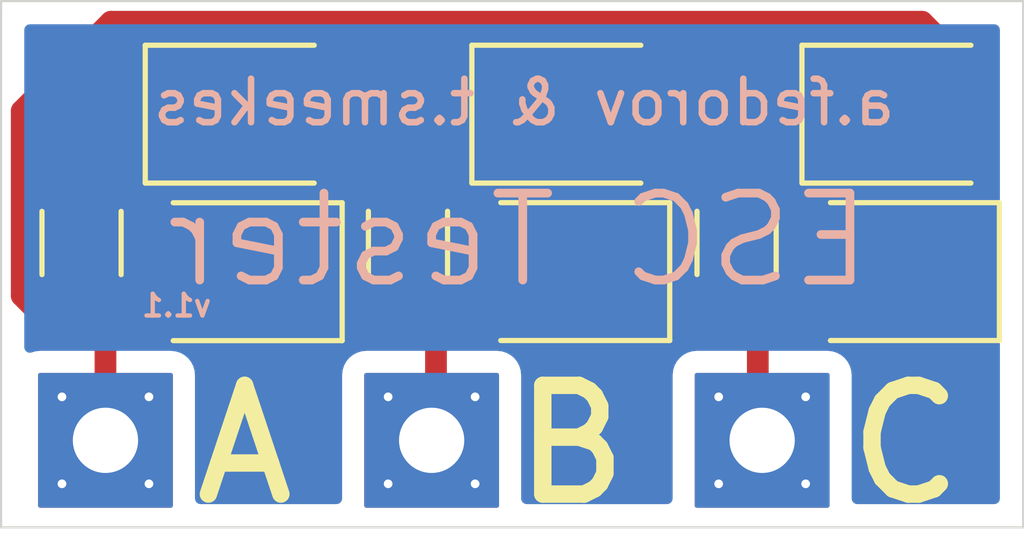
<source format=kicad_pcb>
(kicad_pcb (version 20171130) (host pcbnew "(5.1.9)-1")

  (general
    (thickness 1.6)
    (drawings 12)
    (tracks 44)
    (zones 0)
    (modules 12)
    (nets 7)
  )

  (page A4)
  (layers
    (0 F.Cu signal)
    (31 B.Cu signal hide)
    (32 B.Adhes user hide)
    (33 F.Adhes user hide)
    (34 B.Paste user hide)
    (35 F.Paste user)
    (36 B.SilkS user hide)
    (37 F.SilkS user)
    (38 B.Mask user hide)
    (39 F.Mask user)
    (40 Dwgs.User user hide)
    (41 Cmts.User user hide)
    (42 Eco1.User user hide)
    (43 Eco2.User user hide)
    (44 Edge.Cuts user)
    (45 Margin user hide)
    (46 B.CrtYd user hide)
    (47 F.CrtYd user)
    (48 B.Fab user hide)
    (49 F.Fab user hide)
  )

  (setup
    (last_trace_width 0.25)
    (user_trace_width 0.5)
    (trace_clearance 0.2)
    (zone_clearance 0.508)
    (zone_45_only no)
    (trace_min 0.2)
    (via_size 0.8)
    (via_drill 0.4)
    (via_min_size 0.4)
    (via_min_drill 0.3)
    (uvia_size 0.3)
    (uvia_drill 0.1)
    (uvias_allowed no)
    (uvia_min_size 0.2)
    (uvia_min_drill 0.1)
    (edge_width 0.05)
    (segment_width 0.2)
    (pcb_text_width 0.3)
    (pcb_text_size 1.5 1.5)
    (mod_edge_width 0.12)
    (mod_text_size 1 1)
    (mod_text_width 0.15)
    (pad_size 1.524 1.524)
    (pad_drill 0.762)
    (pad_to_mask_clearance 0.05)
    (aux_axis_origin 0 0)
    (visible_elements 7FFFFFFF)
    (pcbplotparams
      (layerselection 0x010fc_ffffffff)
      (usegerberextensions false)
      (usegerberattributes true)
      (usegerberadvancedattributes true)
      (creategerberjobfile true)
      (excludeedgelayer true)
      (linewidth 0.100000)
      (plotframeref false)
      (viasonmask false)
      (mode 1)
      (useauxorigin false)
      (hpglpennumber 1)
      (hpglpenspeed 20)
      (hpglpendiameter 15.000000)
      (psnegative false)
      (psa4output false)
      (plotreference true)
      (plotvalue true)
      (plotinvisibletext false)
      (padsonsilk false)
      (subtractmaskfromsilk false)
      (outputformat 1)
      (mirror false)
      (drillshape 1)
      (scaleselection 1)
      (outputdirectory ""))
  )

  (net 0 "")
  (net 1 "Net-(D1-Pad2)")
  (net 2 "Net-(D1-Pad1)")
  (net 3 "Net-(D3-Pad2)")
  (net 4 "Net-(D3-Pad1)")
  (net 5 "Net-(D5-Pad1)")
  (net 6 /A)

  (net_class Default "This is the default net class."
    (clearance 0.2)
    (trace_width 0.25)
    (via_dia 0.8)
    (via_drill 0.4)
    (uvia_dia 0.3)
    (uvia_drill 0.1)
    (add_net /A)
    (add_net "Net-(D1-Pad1)")
    (add_net "Net-(D1-Pad2)")
    (add_net "Net-(D3-Pad1)")
    (add_net "Net-(D3-Pad2)")
    (add_net "Net-(D5-Pad1)")
  )

  (module Resistor_SMD:R_1206_3216Metric (layer F.Cu) (tedit 5F68FEEE) (tstamp 602CDA89)
    (at 82.55 78.1625 270)
    (descr "Resistor SMD 1206 (3216 Metric), square (rectangular) end terminal, IPC_7351 nominal, (Body size source: IPC-SM-782 page 72, https://www.pcb-3d.com/wordpress/wp-content/uploads/ipc-sm-782a_amendment_1_and_2.pdf), generated with kicad-footprint-generator")
    (tags resistor)
    (path /6029921B)
    (attr smd)
    (fp_text reference R1 (at 0 -1.65 90) (layer B.Fab)
      (effects (font (size 1 1) (thickness 0.15)))
    )
    (fp_text value R (at 0 1.65 90) (layer F.Fab)
      (effects (font (size 1 1) (thickness 0.15)))
    )
    (fp_line (start -1.6 0.8) (end -1.6 -0.8) (layer F.Fab) (width 0.1))
    (fp_line (start -1.6 -0.8) (end 1.6 -0.8) (layer F.Fab) (width 0.1))
    (fp_line (start 1.6 -0.8) (end 1.6 0.8) (layer F.Fab) (width 0.1))
    (fp_line (start 1.6 0.8) (end -1.6 0.8) (layer F.Fab) (width 0.1))
    (fp_line (start -0.727064 -0.91) (end 0.727064 -0.91) (layer F.SilkS) (width 0.12))
    (fp_line (start -0.727064 0.91) (end 0.727064 0.91) (layer F.SilkS) (width 0.12))
    (fp_line (start -2.28 1.12) (end -2.28 -1.12) (layer F.CrtYd) (width 0.05))
    (fp_line (start -2.28 -1.12) (end 2.28 -1.12) (layer F.CrtYd) (width 0.05))
    (fp_line (start 2.28 -1.12) (end 2.28 1.12) (layer F.CrtYd) (width 0.05))
    (fp_line (start 2.28 1.12) (end -2.28 1.12) (layer F.CrtYd) (width 0.05))
    (fp_text user %R (at 0 0 90) (layer F.Fab)
      (effects (font (size 0.5 0.5) (thickness 0.08)))
    )
    (pad 2 smd roundrect (at 1.4625 0 270) (size 1.125 1.75) (layers F.Cu F.Paste F.Mask) (roundrect_rratio 0.222222)
      (net 6 /A))
    (pad 1 smd roundrect (at -1.4625 0 270) (size 1.125 1.75) (layers F.Cu F.Paste F.Mask) (roundrect_rratio 0.222222)
      (net 2 "Net-(D1-Pad1)"))
    (model ${KISYS3DMOD}/Resistor_SMD.3dshapes/R_1206_3216Metric.wrl
      (at (xyz 0 0 0))
      (scale (xyz 1 1 1))
      (rotate (xyz 0 0 0))
    )
  )

  (module Resistor_SMD:R_1206_3216Metric (layer F.Cu) (tedit 5F68FEEE) (tstamp 603FAB13)
    (at 97.6122 78.16 270)
    (descr "Resistor SMD 1206 (3216 Metric), square (rectangular) end terminal, IPC_7351 nominal, (Body size source: IPC-SM-782 page 72, https://www.pcb-3d.com/wordpress/wp-content/uploads/ipc-sm-782a_amendment_1_and_2.pdf), generated with kicad-footprint-generator")
    (tags resistor)
    (path /6029A84D)
    (attr smd)
    (fp_text reference R3 (at 0 -1.65 90) (layer B.Fab)
      (effects (font (size 1 1) (thickness 0.15)))
    )
    (fp_text value R (at 0 1.65 90) (layer F.Fab)
      (effects (font (size 1 1) (thickness 0.15)))
    )
    (fp_line (start -1.6 0.8) (end -1.6 -0.8) (layer F.Fab) (width 0.1))
    (fp_line (start -1.6 -0.8) (end 1.6 -0.8) (layer F.Fab) (width 0.1))
    (fp_line (start 1.6 -0.8) (end 1.6 0.8) (layer F.Fab) (width 0.1))
    (fp_line (start 1.6 0.8) (end -1.6 0.8) (layer F.Fab) (width 0.1))
    (fp_line (start -0.727064 -0.91) (end 0.727064 -0.91) (layer F.SilkS) (width 0.12))
    (fp_line (start -0.727064 0.91) (end 0.727064 0.91) (layer F.SilkS) (width 0.12))
    (fp_line (start -2.28 1.12) (end -2.28 -1.12) (layer F.CrtYd) (width 0.05))
    (fp_line (start -2.28 -1.12) (end 2.28 -1.12) (layer F.CrtYd) (width 0.05))
    (fp_line (start 2.28 -1.12) (end 2.28 1.12) (layer F.CrtYd) (width 0.05))
    (fp_line (start 2.28 1.12) (end -2.28 1.12) (layer F.CrtYd) (width 0.05))
    (fp_text user %R (at 0 0 90) (layer F.Fab)
      (effects (font (size 0.5 0.5) (thickness 0.08)))
    )
    (pad 2 smd roundrect (at 1.4625 0 270) (size 1.125 1.75) (layers F.Cu F.Paste F.Mask) (roundrect_rratio 0.222222)
      (net 4 "Net-(D3-Pad1)"))
    (pad 1 smd roundrect (at -1.4625 0 270) (size 1.125 1.75) (layers F.Cu F.Paste F.Mask) (roundrect_rratio 0.222222)
      (net 5 "Net-(D5-Pad1)"))
    (model ${KISYS3DMOD}/Resistor_SMD.3dshapes/R_1206_3216Metric.wrl
      (at (xyz 0 0 0))
      (scale (xyz 1 1 1))
      (rotate (xyz 0 0 0))
    )
  )

  (module Resistor_SMD:R_1206_3216Metric (layer F.Cu) (tedit 5F68FEEE) (tstamp 60298DED)
    (at 90.056 78.16 270)
    (descr "Resistor SMD 1206 (3216 Metric), square (rectangular) end terminal, IPC_7351 nominal, (Body size source: IPC-SM-782 page 72, https://www.pcb-3d.com/wordpress/wp-content/uploads/ipc-sm-782a_amendment_1_and_2.pdf), generated with kicad-footprint-generator")
    (tags resistor)
    (path /6029A275)
    (attr smd)
    (fp_text reference R2 (at 0 -1.65 90) (layer B.Fab)
      (effects (font (size 1 1) (thickness 0.15)))
    )
    (fp_text value R (at 0 1.65 90) (layer F.Fab)
      (effects (font (size 1 1) (thickness 0.15)))
    )
    (fp_line (start -1.6 0.8) (end -1.6 -0.8) (layer F.Fab) (width 0.1))
    (fp_line (start -1.6 -0.8) (end 1.6 -0.8) (layer F.Fab) (width 0.1))
    (fp_line (start 1.6 -0.8) (end 1.6 0.8) (layer F.Fab) (width 0.1))
    (fp_line (start 1.6 0.8) (end -1.6 0.8) (layer F.Fab) (width 0.1))
    (fp_line (start -0.727064 -0.91) (end 0.727064 -0.91) (layer F.SilkS) (width 0.12))
    (fp_line (start -0.727064 0.91) (end 0.727064 0.91) (layer F.SilkS) (width 0.12))
    (fp_line (start -2.28 1.12) (end -2.28 -1.12) (layer F.CrtYd) (width 0.05))
    (fp_line (start -2.28 -1.12) (end 2.28 -1.12) (layer F.CrtYd) (width 0.05))
    (fp_line (start 2.28 -1.12) (end 2.28 1.12) (layer F.CrtYd) (width 0.05))
    (fp_line (start 2.28 1.12) (end -2.28 1.12) (layer F.CrtYd) (width 0.05))
    (fp_text user %R (at 0 0 90) (layer F.Fab)
      (effects (font (size 0.5 0.5) (thickness 0.08)))
    )
    (pad 2 smd roundrect (at 1.4625 0 270) (size 1.125 1.75) (layers F.Cu F.Paste F.Mask) (roundrect_rratio 0.222222)
      (net 1 "Net-(D1-Pad2)"))
    (pad 1 smd roundrect (at -1.4625 0 270) (size 1.125 1.75) (layers F.Cu F.Paste F.Mask) (roundrect_rratio 0.222222)
      (net 3 "Net-(D3-Pad2)"))
    (model ${KISYS3DMOD}/Resistor_SMD.3dshapes/R_1206_3216Metric.wrl
      (at (xyz 0 0 0))
      (scale (xyz 1 1 1))
      (rotate (xyz 0 0 0))
    )
  )

  (module AlexGlobal:PowerPad (layer F.Cu) (tedit 5F5F1632) (tstamp 60298E25)
    (at 98.2 79.7)
    (path /602AB5DE)
    (fp_text reference U3 (at 0 0.5) (layer F.Fab)
      (effects (font (size 1 1) (thickness 0.15)))
    )
    (fp_text value SolderPad (at 0 -0.5) (layer F.Fab)
      (effects (font (size 1 1) (thickness 0.15)))
    )
    (fp_poly (pts (xy 1.5 4.5) (xy -1.5 4.5) (xy -1.5 1.5) (xy 1.5 1.5)) (layer F.Cu) (width 0.1))
    (fp_poly (pts (xy 1.5 4.5) (xy -1.5 4.5) (xy -1.5 1.5) (xy 1.5 1.5)) (layer B.Cu) (width 0.1))
    (fp_poly (pts (xy 1.5 4.5) (xy -1.5 4.5) (xy -1.5 1.5) (xy 1.5 1.5)) (layer F.Mask) (width 0.1))
    (fp_poly (pts (xy 1.5 4.5) (xy -1.5 4.5) (xy -1.5 1.5) (xy 1.5 1.5)) (layer B.Mask) (width 0.1))
    (pad 2 thru_hole circle (at 1 4) (size 0.3 0.3) (drill 0.2) (layers *.Cu *.Mask))
    (pad 2 thru_hole circle (at -1 4) (size 0.3 0.3) (drill 0.2) (layers *.Cu *.Mask))
    (pad 2 thru_hole circle (at 1 2) (size 0.3 0.3) (drill 0.2) (layers *.Cu *.Mask))
    (pad 2 thru_hole circle (at -1 2) (size 0.3 0.3) (drill 0.2) (layers *.Cu *.Mask))
    (pad 1 thru_hole circle (at 0 3) (size 1.524 1.524) (drill 1.5) (layers *.Cu *.Mask)
      (net 4 "Net-(D3-Pad1)"))
  )

  (module AlexGlobal:PowerPad (layer F.Cu) (tedit 5F5F1632) (tstamp 60298E18)
    (at 90.6 79.7)
    (path /602AA776)
    (fp_text reference U2 (at 0 0.5) (layer B.Fab)
      (effects (font (size 1 1) (thickness 0.15)))
    )
    (fp_text value SolderPad (at 0 -0.5) (layer F.Fab)
      (effects (font (size 1 1) (thickness 0.15)))
    )
    (fp_poly (pts (xy 1.5 4.5) (xy -1.5 4.5) (xy -1.5 1.5) (xy 1.5 1.5)) (layer F.Cu) (width 0.1))
    (fp_poly (pts (xy 1.5 4.5) (xy -1.5 4.5) (xy -1.5 1.5) (xy 1.5 1.5)) (layer B.Cu) (width 0.1))
    (fp_poly (pts (xy 1.5 4.5) (xy -1.5 4.5) (xy -1.5 1.5) (xy 1.5 1.5)) (layer F.Mask) (width 0.1))
    (fp_poly (pts (xy 1.5 4.5) (xy -1.5 4.5) (xy -1.5 1.5) (xy 1.5 1.5)) (layer B.Mask) (width 0.1))
    (pad 2 thru_hole circle (at 1 4) (size 0.3 0.3) (drill 0.2) (layers *.Cu *.Mask))
    (pad 2 thru_hole circle (at -1 4) (size 0.3 0.3) (drill 0.2) (layers *.Cu *.Mask))
    (pad 2 thru_hole circle (at 1 2) (size 0.3 0.3) (drill 0.2) (layers *.Cu *.Mask))
    (pad 2 thru_hole circle (at -1 2) (size 0.3 0.3) (drill 0.2) (layers *.Cu *.Mask))
    (pad 1 thru_hole circle (at 0 3) (size 1.524 1.524) (drill 1.5) (layers *.Cu *.Mask)
      (net 1 "Net-(D1-Pad2)"))
  )

  (module AlexGlobal:PowerPad (layer F.Cu) (tedit 5F5F1632) (tstamp 60298E0B)
    (at 83.1 79.7)
    (path /602A942C)
    (fp_text reference U1 (at 0 0.5) (layer B.Fab)
      (effects (font (size 1 1) (thickness 0.15)))
    )
    (fp_text value SolderPad (at 0 -0.5) (layer F.Fab)
      (effects (font (size 1 1) (thickness 0.15)))
    )
    (fp_poly (pts (xy 1.5 4.5) (xy -1.5 4.5) (xy -1.5 1.5) (xy 1.5 1.5)) (layer F.Cu) (width 0.1))
    (fp_poly (pts (xy 1.5 4.5) (xy -1.5 4.5) (xy -1.5 1.5) (xy 1.5 1.5)) (layer B.Cu) (width 0.1))
    (fp_poly (pts (xy 1.5 4.5) (xy -1.5 4.5) (xy -1.5 1.5) (xy 1.5 1.5)) (layer F.Mask) (width 0.1))
    (fp_poly (pts (xy 1.5 4.5) (xy -1.5 4.5) (xy -1.5 1.5) (xy 1.5 1.5)) (layer B.Mask) (width 0.1))
    (pad 2 thru_hole circle (at 1 4) (size 0.3 0.3) (drill 0.2) (layers *.Cu *.Mask))
    (pad 2 thru_hole circle (at -1 4) (size 0.3 0.3) (drill 0.2) (layers *.Cu *.Mask))
    (pad 2 thru_hole circle (at 1 2) (size 0.3 0.3) (drill 0.2) (layers *.Cu *.Mask))
    (pad 2 thru_hole circle (at -1 2) (size 0.3 0.3) (drill 0.2) (layers *.Cu *.Mask))
    (pad 1 thru_hole circle (at 0 3) (size 1.524 1.524) (drill 1.5) (layers *.Cu *.Mask)
      (net 6 /A))
  )

  (module LED_SMD:LED_1210_3225Metric (layer F.Cu) (tedit 5B301BBE) (tstamp 60298DCB)
    (at 101.37 78.82 180)
    (descr "LED SMD 1210 (3225 Metric), square (rectangular) end terminal, IPC_7351 nominal, (Body size source: http://www.tortai-tech.com/upload/download/2011102023233369053.pdf), generated with kicad-footprint-generator")
    (tags diode)
    (path /602984B5)
    (attr smd)
    (fp_text reference D6 (at 0 -2.28) (layer B.Fab)
      (effects (font (size 1 1) (thickness 0.15)))
    )
    (fp_text value LED (at 0 2.28) (layer F.Fab)
      (effects (font (size 1 1) (thickness 0.15)))
    )
    (fp_line (start 1.6 -1.25) (end -0.975 -1.25) (layer F.Fab) (width 0.1))
    (fp_line (start -0.975 -1.25) (end -1.6 -0.625) (layer F.Fab) (width 0.1))
    (fp_line (start -1.6 -0.625) (end -1.6 1.25) (layer F.Fab) (width 0.1))
    (fp_line (start -1.6 1.25) (end 1.6 1.25) (layer F.Fab) (width 0.1))
    (fp_line (start 1.6 1.25) (end 1.6 -1.25) (layer F.Fab) (width 0.1))
    (fp_line (start 1.6 -1.585) (end -2.285 -1.585) (layer F.SilkS) (width 0.12))
    (fp_line (start -2.285 -1.585) (end -2.285 1.585) (layer F.SilkS) (width 0.12))
    (fp_line (start -2.285 1.585) (end 1.6 1.585) (layer F.SilkS) (width 0.12))
    (fp_line (start -2.28 1.58) (end -2.28 -1.58) (layer F.CrtYd) (width 0.05))
    (fp_line (start -2.28 -1.58) (end 2.28 -1.58) (layer F.CrtYd) (width 0.05))
    (fp_line (start 2.28 -1.58) (end 2.28 1.58) (layer F.CrtYd) (width 0.05))
    (fp_line (start 2.28 1.58) (end -2.28 1.58) (layer F.CrtYd) (width 0.05))
    (fp_text user %R (at 0 0) (layer F.Fab)
      (effects (font (size 0.8 0.8) (thickness 0.12)))
    )
    (pad 2 smd roundrect (at 1.4 0 180) (size 1.25 2.65) (layers F.Cu F.Paste F.Mask) (roundrect_rratio 0.2)
      (net 5 "Net-(D5-Pad1)"))
    (pad 1 smd roundrect (at -1.4 0 180) (size 1.25 2.65) (layers F.Cu F.Paste F.Mask) (roundrect_rratio 0.2)
      (net 6 /A))
    (model ${KISYS3DMOD}/LED_SMD.3dshapes/LED_1210_3225Metric.wrl
      (at (xyz 0 0 0))
      (scale (xyz 1 1 1))
      (rotate (xyz 0 0 0))
    )
  )

  (module LED_SMD:LED_1210_3225Metric (layer F.Cu) (tedit 5B301BBE) (tstamp 60298DB8)
    (at 101.4 75.2)
    (descr "LED SMD 1210 (3225 Metric), square (rectangular) end terminal, IPC_7351 nominal, (Body size source: http://www.tortai-tech.com/upload/download/2011102023233369053.pdf), generated with kicad-footprint-generator")
    (tags diode)
    (path /60297B0E)
    (attr smd)
    (fp_text reference D5 (at 0 -2.28) (layer B.Fab)
      (effects (font (size 1 1) (thickness 0.15)))
    )
    (fp_text value LED (at 0 2.28) (layer F.Fab)
      (effects (font (size 1 1) (thickness 0.15)))
    )
    (fp_line (start 1.6 -1.25) (end -0.975 -1.25) (layer F.Fab) (width 0.1))
    (fp_line (start -0.975 -1.25) (end -1.6 -0.625) (layer F.Fab) (width 0.1))
    (fp_line (start -1.6 -0.625) (end -1.6 1.25) (layer F.Fab) (width 0.1))
    (fp_line (start -1.6 1.25) (end 1.6 1.25) (layer F.Fab) (width 0.1))
    (fp_line (start 1.6 1.25) (end 1.6 -1.25) (layer F.Fab) (width 0.1))
    (fp_line (start 1.6 -1.585) (end -2.285 -1.585) (layer F.SilkS) (width 0.12))
    (fp_line (start -2.285 -1.585) (end -2.285 1.585) (layer F.SilkS) (width 0.12))
    (fp_line (start -2.285 1.585) (end 1.6 1.585) (layer F.SilkS) (width 0.12))
    (fp_line (start -2.28 1.58) (end -2.28 -1.58) (layer F.CrtYd) (width 0.05))
    (fp_line (start -2.28 -1.58) (end 2.28 -1.58) (layer F.CrtYd) (width 0.05))
    (fp_line (start 2.28 -1.58) (end 2.28 1.58) (layer F.CrtYd) (width 0.05))
    (fp_line (start 2.28 1.58) (end -2.28 1.58) (layer F.CrtYd) (width 0.05))
    (fp_text user %R (at 0 0) (layer F.Fab)
      (effects (font (size 0.8 0.8) (thickness 0.12)))
    )
    (pad 2 smd roundrect (at 1.4 0) (size 1.25 2.65) (layers F.Cu F.Paste F.Mask) (roundrect_rratio 0.2)
      (net 6 /A))
    (pad 1 smd roundrect (at -1.4 0) (size 1.25 2.65) (layers F.Cu F.Paste F.Mask) (roundrect_rratio 0.2)
      (net 5 "Net-(D5-Pad1)"))
    (model ${KISYS3DMOD}/LED_SMD.3dshapes/LED_1210_3225Metric.wrl
      (at (xyz 0 0 0))
      (scale (xyz 1 1 1))
      (rotate (xyz 0 0 0))
    )
  )

  (module LED_SMD:LED_1210_3225Metric (layer F.Cu) (tedit 5B301BBE) (tstamp 6029930C)
    (at 93.81 75.2)
    (descr "LED SMD 1210 (3225 Metric), square (rectangular) end terminal, IPC_7351 nominal, (Body size source: http://www.tortai-tech.com/upload/download/2011102023233369053.pdf), generated with kicad-footprint-generator")
    (tags diode)
    (path /60296D30)
    (attr smd)
    (fp_text reference D4 (at 0 -2.28) (layer B.Fab)
      (effects (font (size 1 1) (thickness 0.15)))
    )
    (fp_text value LED (at 0 2.28) (layer F.Fab)
      (effects (font (size 1 1) (thickness 0.15)))
    )
    (fp_line (start 1.6 -1.25) (end -0.975 -1.25) (layer F.Fab) (width 0.1))
    (fp_line (start -0.975 -1.25) (end -1.6 -0.625) (layer F.Fab) (width 0.1))
    (fp_line (start -1.6 -0.625) (end -1.6 1.25) (layer F.Fab) (width 0.1))
    (fp_line (start -1.6 1.25) (end 1.6 1.25) (layer F.Fab) (width 0.1))
    (fp_line (start 1.6 1.25) (end 1.6 -1.25) (layer F.Fab) (width 0.1))
    (fp_line (start 1.6 -1.585) (end -2.285 -1.585) (layer F.SilkS) (width 0.12))
    (fp_line (start -2.285 -1.585) (end -2.285 1.585) (layer F.SilkS) (width 0.12))
    (fp_line (start -2.285 1.585) (end 1.6 1.585) (layer F.SilkS) (width 0.12))
    (fp_line (start -2.28 1.58) (end -2.28 -1.58) (layer F.CrtYd) (width 0.05))
    (fp_line (start -2.28 -1.58) (end 2.28 -1.58) (layer F.CrtYd) (width 0.05))
    (fp_line (start 2.28 -1.58) (end 2.28 1.58) (layer F.CrtYd) (width 0.05))
    (fp_line (start 2.28 1.58) (end -2.28 1.58) (layer F.CrtYd) (width 0.05))
    (fp_text user %R (at 0 0) (layer F.Fab)
      (effects (font (size 0.8 0.8) (thickness 0.12)))
    )
    (pad 2 smd roundrect (at 1.4 0) (size 1.25 2.65) (layers F.Cu F.Paste F.Mask) (roundrect_rratio 0.2)
      (net 4 "Net-(D3-Pad1)"))
    (pad 1 smd roundrect (at -1.4 0) (size 1.25 2.65) (layers F.Cu F.Paste F.Mask) (roundrect_rratio 0.2)
      (net 3 "Net-(D3-Pad2)"))
    (model ${KISYS3DMOD}/LED_SMD.3dshapes/LED_1210_3225Metric.wrl
      (at (xyz 0 0 0))
      (scale (xyz 1 1 1))
      (rotate (xyz 0 0 0))
    )
  )

  (module LED_SMD:LED_1210_3225Metric (layer F.Cu) (tedit 5B301BBE) (tstamp 60298D92)
    (at 93.7895 78.82 180)
    (descr "LED SMD 1210 (3225 Metric), square (rectangular) end terminal, IPC_7351 nominal, (Body size source: http://www.tortai-tech.com/upload/download/2011102023233369053.pdf), generated with kicad-footprint-generator")
    (tags diode)
    (path /60297337)
    (attr smd)
    (fp_text reference D3 (at 0 -2.28) (layer B.Fab)
      (effects (font (size 1 1) (thickness 0.15)))
    )
    (fp_text value LED (at 0 2.28) (layer F.Fab)
      (effects (font (size 1 1) (thickness 0.15)))
    )
    (fp_line (start 1.6 -1.25) (end -0.975 -1.25) (layer F.Fab) (width 0.1))
    (fp_line (start -0.975 -1.25) (end -1.6 -0.625) (layer F.Fab) (width 0.1))
    (fp_line (start -1.6 -0.625) (end -1.6 1.25) (layer F.Fab) (width 0.1))
    (fp_line (start -1.6 1.25) (end 1.6 1.25) (layer F.Fab) (width 0.1))
    (fp_line (start 1.6 1.25) (end 1.6 -1.25) (layer F.Fab) (width 0.1))
    (fp_line (start 1.6 -1.585) (end -2.285 -1.585) (layer F.SilkS) (width 0.12))
    (fp_line (start -2.285 -1.585) (end -2.285 1.585) (layer F.SilkS) (width 0.12))
    (fp_line (start -2.285 1.585) (end 1.6 1.585) (layer F.SilkS) (width 0.12))
    (fp_line (start -2.28 1.58) (end -2.28 -1.58) (layer F.CrtYd) (width 0.05))
    (fp_line (start -2.28 -1.58) (end 2.28 -1.58) (layer F.CrtYd) (width 0.05))
    (fp_line (start 2.28 -1.58) (end 2.28 1.58) (layer F.CrtYd) (width 0.05))
    (fp_line (start 2.28 1.58) (end -2.28 1.58) (layer F.CrtYd) (width 0.05))
    (fp_text user %R (at 0 0) (layer F.Fab)
      (effects (font (size 0.8 0.8) (thickness 0.12)))
    )
    (pad 2 smd roundrect (at 1.4 0 180) (size 1.25 2.65) (layers F.Cu F.Paste F.Mask) (roundrect_rratio 0.2)
      (net 3 "Net-(D3-Pad2)"))
    (pad 1 smd roundrect (at -1.4 0 180) (size 1.25 2.65) (layers F.Cu F.Paste F.Mask) (roundrect_rratio 0.2)
      (net 4 "Net-(D3-Pad1)"))
    (model ${KISYS3DMOD}/LED_SMD.3dshapes/LED_1210_3225Metric.wrl
      (at (xyz 0 0 0))
      (scale (xyz 1 1 1))
      (rotate (xyz 0 0 0))
    )
  )

  (module LED_SMD:LED_1210_3225Metric (layer F.Cu) (tedit 5B301BBE) (tstamp 603FAC52)
    (at 86.258 78.8225 180)
    (descr "LED SMD 1210 (3225 Metric), square (rectangular) end terminal, IPC_7351 nominal, (Body size source: http://www.tortai-tech.com/upload/download/2011102023233369053.pdf), generated with kicad-footprint-generator")
    (tags diode)
    (path /60293E42)
    (attr smd)
    (fp_text reference D2 (at 0 -2.28) (layer B.Fab)
      (effects (font (size 1 1) (thickness 0.15)))
    )
    (fp_text value LED (at 0 2.28) (layer F.Fab)
      (effects (font (size 1 1) (thickness 0.15)))
    )
    (fp_line (start 1.6 -1.25) (end -0.975 -1.25) (layer F.Fab) (width 0.1))
    (fp_line (start -0.975 -1.25) (end -1.6 -0.625) (layer F.Fab) (width 0.1))
    (fp_line (start -1.6 -0.625) (end -1.6 1.25) (layer F.Fab) (width 0.1))
    (fp_line (start -1.6 1.25) (end 1.6 1.25) (layer F.Fab) (width 0.1))
    (fp_line (start 1.6 1.25) (end 1.6 -1.25) (layer F.Fab) (width 0.1))
    (fp_line (start 1.6 -1.585) (end -2.285 -1.585) (layer F.SilkS) (width 0.12))
    (fp_line (start -2.285 -1.585) (end -2.285 1.585) (layer F.SilkS) (width 0.12))
    (fp_line (start -2.285 1.585) (end 1.6 1.585) (layer F.SilkS) (width 0.12))
    (fp_line (start -2.28 1.58) (end -2.28 -1.58) (layer F.CrtYd) (width 0.05))
    (fp_line (start -2.28 -1.58) (end 2.28 -1.58) (layer F.CrtYd) (width 0.05))
    (fp_line (start 2.28 -1.58) (end 2.28 1.58) (layer F.CrtYd) (width 0.05))
    (fp_line (start 2.28 1.58) (end -2.28 1.58) (layer F.CrtYd) (width 0.05))
    (fp_text user %R (at 0 0) (layer F.Fab)
      (effects (font (size 0.8 0.8) (thickness 0.12)))
    )
    (pad 2 smd roundrect (at 1.4 0 180) (size 1.25 2.65) (layers F.Cu F.Paste F.Mask) (roundrect_rratio 0.2)
      (net 2 "Net-(D1-Pad1)"))
    (pad 1 smd roundrect (at -1.4 0 180) (size 1.25 2.65) (layers F.Cu F.Paste F.Mask) (roundrect_rratio 0.2)
      (net 1 "Net-(D1-Pad2)"))
    (model ${KISYS3DMOD}/LED_SMD.3dshapes/LED_1210_3225Metric.wrl
      (at (xyz 0 0 0))
      (scale (xyz 1 1 1))
      (rotate (xyz 0 0 0))
    )
  )

  (module LED_SMD:LED_1210_3225Metric (layer F.Cu) (tedit 5B301BBE) (tstamp 60298D6C)
    (at 86.3 75.2)
    (descr "LED SMD 1210 (3225 Metric), square (rectangular) end terminal, IPC_7351 nominal, (Body size source: http://www.tortai-tech.com/upload/download/2011102023233369053.pdf), generated with kicad-footprint-generator")
    (tags diode)
    (path /60292D7A)
    (attr smd)
    (fp_text reference D1 (at 0 -2.28) (layer B.Fab)
      (effects (font (size 1 1) (thickness 0.15)))
    )
    (fp_text value LED (at 0 2.28) (layer F.Fab)
      (effects (font (size 1 1) (thickness 0.15)))
    )
    (fp_line (start 1.6 -1.25) (end -0.975 -1.25) (layer F.Fab) (width 0.1))
    (fp_line (start -0.975 -1.25) (end -1.6 -0.625) (layer F.Fab) (width 0.1))
    (fp_line (start -1.6 -0.625) (end -1.6 1.25) (layer F.Fab) (width 0.1))
    (fp_line (start -1.6 1.25) (end 1.6 1.25) (layer F.Fab) (width 0.1))
    (fp_line (start 1.6 1.25) (end 1.6 -1.25) (layer F.Fab) (width 0.1))
    (fp_line (start 1.6 -1.585) (end -2.285 -1.585) (layer F.SilkS) (width 0.12))
    (fp_line (start -2.285 -1.585) (end -2.285 1.585) (layer F.SilkS) (width 0.12))
    (fp_line (start -2.285 1.585) (end 1.6 1.585) (layer F.SilkS) (width 0.12))
    (fp_line (start -2.28 1.58) (end -2.28 -1.58) (layer F.CrtYd) (width 0.05))
    (fp_line (start -2.28 -1.58) (end 2.28 -1.58) (layer F.CrtYd) (width 0.05))
    (fp_line (start 2.28 -1.58) (end 2.28 1.58) (layer F.CrtYd) (width 0.05))
    (fp_line (start 2.28 1.58) (end -2.28 1.58) (layer F.CrtYd) (width 0.05))
    (fp_text user %R (at 0 0) (layer F.Fab)
      (effects (font (size 0.8 0.8) (thickness 0.12)))
    )
    (pad 2 smd roundrect (at 1.4 0) (size 1.25 2.65) (layers F.Cu F.Paste F.Mask) (roundrect_rratio 0.2)
      (net 1 "Net-(D1-Pad2)"))
    (pad 1 smd roundrect (at -1.4 0) (size 1.25 2.65) (layers F.Cu F.Paste F.Mask) (roundrect_rratio 0.2)
      (net 2 "Net-(D1-Pad1)"))
    (model ${KISYS3DMOD}/LED_SMD.3dshapes/LED_1210_3225Metric.wrl
      (at (xyz 0 0 0))
      (scale (xyz 1 1 1))
      (rotate (xyz 0 0 0))
    )
  )

  (gr_text v1.1 (at 84.7344 79.6036) (layer B.SilkS)
    (effects (font (size 0.5 0.5) (thickness 0.1)) (justify mirror))
  )
  (gr_text "& t.smeekes" (at 88.9 74.93) (layer B.SilkS)
    (effects (font (size 1 1) (thickness 0.15)) (justify mirror))
  )
  (gr_text a.fedorov (at 97.79 74.93) (layer B.SilkS)
    (effects (font (size 1 1) (thickness 0.15)) (justify mirror))
  )
  (gr_text "ESC Tester" (at 92.6 78.1) (layer B.SilkS)
    (effects (font (size 2 2) (thickness 0.2)) (justify mirror))
  )
  (gr_line (start 80.7 72.6) (end 80.7 72.9) (layer Edge.Cuts) (width 0.05) (tstamp 6029A168))
  (gr_line (start 104.2 72.6) (end 80.7 72.6) (layer Edge.Cuts) (width 0.05))
  (gr_line (start 104.2 84.7) (end 104.2 72.6) (layer Edge.Cuts) (width 0.05))
  (gr_line (start 80.7 84.7) (end 104.2 84.7) (layer Edge.Cuts) (width 0.05))
  (gr_line (start 80.7 72.9) (end 80.7 84.7) (layer Edge.Cuts) (width 0.05))
  (gr_text C (at 101.5 82.8) (layer F.SilkS)
    (effects (font (size 2.5 2.5) (thickness 0.4)))
  )
  (gr_text B (at 93.810714 82.8) (layer F.SilkS)
    (effects (font (size 2.5 2.5) (thickness 0.4)))
  )
  (gr_text A (at 86.3 82.8) (layer F.SilkS)
    (effects (font (size 2.5 2.5) (thickness 0.4)))
  )

  (segment (start 87.7 75.2) (end 87.7 78.778) (width 0.5) (layer F.Cu) (net 1))
  (segment (start 90.056 79.7575) (end 89.2575 79.7575) (width 0.5) (layer F.Cu) (net 1))
  (segment (start 90.6 81.5) (end 90.6 82.7) (width 0.5) (layer F.Cu) (net 1))
  (segment (start 90.056 79.7575) (end 90.7 80.4015) (width 0.5) (layer F.Cu) (net 1))
  (segment (start 90.7 82.6) (end 90.6 82.7) (width 0.5) (layer F.Cu) (net 1))
  (segment (start 90.7 80.4015) (end 90.7 82.6) (width 0.5) (layer F.Cu) (net 1))
  (segment (start 87.658 78.82) (end 88.594 79.756) (width 0.5) (layer F.Cu) (net 1))
  (segment (start 89.256 79.756) (end 89.2575 79.7575) (width 0.5) (layer F.Cu) (net 1))
  (segment (start 88.594 79.756) (end 89.256 79.756) (width 0.5) (layer F.Cu) (net 1))
  (segment (start 83.4 75.2) (end 84.9 75.2) (width 0.5) (layer F.Cu) (net 2))
  (segment (start 82.5 76.1) (end 83.4 75.2) (width 0.5) (layer F.Cu) (net 2))
  (segment (start 83.773 78.82) (end 84.858 78.82) (width 0.5) (layer F.Cu) (net 2))
  (segment (start 82.5 77.547) (end 83.773 78.82) (width 0.5) (layer F.Cu) (net 2))
  (segment (start 82.5 76.7) (end 82.5 77.00852) (width 0.5) (layer F.Cu) (net 2))
  (segment (start 82.5 77.00852) (end 82.5 77.547) (width 0.5) (layer F.Cu) (net 2))
  (segment (start 82.5 76.1) (end 82.5 77.00852) (width 0.5) (layer F.Cu) (net 2))
  (segment (start 90.9 75.2) (end 92.41 75.2) (width 0.5) (layer F.Cu) (net 3))
  (segment (start 90.056 76.044) (end 90.9 75.2) (width 0.5) (layer F.Cu) (net 3))
  (segment (start 92.3895 78.867) (end 91.44 78.867) (width 0.5) (layer F.Cu) (net 3))
  (segment (start 90.056 77.483) (end 90.056 76.044) (width 0.5) (layer F.Cu) (net 3))
  (segment (start 91.44 78.867) (end 90.056 77.483) (width 0.5) (layer F.Cu) (net 3))
  (segment (start 95.21 78.776) (end 95.254 78.82) (width 0.5) (layer F.Cu) (net 4))
  (segment (start 95.21 75.2) (end 95.21 78.776) (width 0.5) (layer F.Cu) (net 4))
  (segment (start 96.1915 79.7575) (end 95.254 78.82) (width 0.5) (layer F.Cu) (net 4))
  (segment (start 97.612 79.7575) (end 96.1915 79.7575) (width 0.5) (layer F.Cu) (net 4))
  (segment (start 97.612 79.7575) (end 98.1 80.2455) (width 0.5) (layer F.Cu) (net 4))
  (segment (start 98.1 82.6) (end 98.2 82.7) (width 0.5) (layer F.Cu) (net 4))
  (segment (start 98.1 80.2455) (end 98.1 82.6) (width 0.5) (layer F.Cu) (net 4))
  (segment (start 98.3 75.2) (end 100 75.2) (width 0.5) (layer F.Cu) (net 5))
  (segment (start 97.612 75.888) (end 98.3 75.2) (width 0.5) (layer F.Cu) (net 5))
  (segment (start 99.97 78.82) (end 98.9495 78.82) (width 0.5) (layer F.Cu) (net 5))
  (segment (start 97.612 77.4825) (end 97.612 75.888) (width 0.5) (layer F.Cu) (net 5))
  (segment (start 98.9495 78.82) (end 97.612 77.4825) (width 0.5) (layer F.Cu) (net 5))
  (segment (start 102.8 78.79) (end 102.77 78.82) (width 0.5) (layer F.Cu) (net 6))
  (segment (start 102.8 75.2) (end 102.8 78.79) (width 0.5) (layer F.Cu) (net 6))
  (segment (start 82.5 79.625) (end 83.1 80.225) (width 0.5) (layer F.Cu) (net 6))
  (segment (start 81.17501 79.375) (end 81.42501 79.625) (width 0.5) (layer F.Cu) (net 6))
  (segment (start 81.17501 75.12499) (end 81.17501 79.375) (width 0.5) (layer F.Cu) (net 6))
  (segment (start 83.22499 73.07501) (end 81.17501 75.12499) (width 0.5) (layer F.Cu) (net 6))
  (segment (start 83.1 80.225) (end 83.1 82.7) (width 0.5) (layer F.Cu) (net 6))
  (segment (start 81.42501 79.625) (end 82.5 79.625) (width 0.5) (layer F.Cu) (net 6))
  (segment (start 83.22499 73.07501) (end 101.87861 73.07501) (width 0.5) (layer F.Cu) (net 6))
  (segment (start 102.8 73.9964) (end 102.8 75.2) (width 0.5) (layer F.Cu) (net 6))
  (segment (start 101.87861 73.07501) (end 102.8 73.9964) (width 0.5) (layer F.Cu) (net 6))

  (zone (net 0) (net_name "") (layer B.Cu) (tstamp 0) (hatch edge 0.508)
    (connect_pads (clearance 0.508))
    (min_thickness 0.254)
    (fill yes (arc_segments 32) (thermal_gap 0.508) (thermal_bridge_width 0.508))
    (polygon
      (pts
        (xy 104.9 85.3) (xy 80.2 85.3) (xy 80.2 72.1) (xy 104.9 72.1)
      )
    )
    (filled_polygon
      (pts
        (xy 103.54 84.04) (xy 100.385 84.04) (xy 100.385 81.2) (xy 100.37871 81.135855) (xy 100.372867 81.071644)
        (xy 100.372188 81.069338) (xy 100.371954 81.066949) (xy 100.353334 81.005277) (xy 100.335121 80.943394) (xy 100.334008 80.941264)
        (xy 100.333314 80.938967) (xy 100.303084 80.882114) (xy 100.273184 80.824919) (xy 100.271677 80.823045) (xy 100.270551 80.820927)
        (xy 100.229843 80.771014) (xy 100.189414 80.720731) (xy 100.187573 80.719187) (xy 100.186056 80.717326) (xy 100.136384 80.676234)
        (xy 100.087002 80.634797) (xy 100.084898 80.63364) (xy 100.083047 80.632109) (xy 100.026361 80.601459) (xy 99.96985 80.570392)
        (xy 99.967558 80.569665) (xy 99.965448 80.568524) (xy 99.903916 80.549476) (xy 99.84242 80.529969) (xy 99.840032 80.529701)
        (xy 99.837738 80.528991) (xy 99.773634 80.522254) (xy 99.709564 80.515067) (xy 99.70495 80.515035) (xy 99.704782 80.515017)
        (xy 99.704614 80.515032) (xy 99.7 80.515) (xy 96.7 80.515) (xy 96.635855 80.52129) (xy 96.571644 80.527133)
        (xy 96.569338 80.527812) (xy 96.566949 80.528046) (xy 96.505277 80.546666) (xy 96.443394 80.564879) (xy 96.441264 80.565992)
        (xy 96.438967 80.566686) (xy 96.382114 80.596916) (xy 96.324919 80.626816) (xy 96.323045 80.628323) (xy 96.320927 80.629449)
        (xy 96.271014 80.670157) (xy 96.220731 80.710586) (xy 96.219187 80.712427) (xy 96.217326 80.713944) (xy 96.176234 80.763616)
        (xy 96.134797 80.812998) (xy 96.13364 80.815102) (xy 96.132109 80.816953) (xy 96.101459 80.873639) (xy 96.070392 80.93015)
        (xy 96.069665 80.932442) (xy 96.068524 80.934552) (xy 96.049476 80.996084) (xy 96.029969 81.05758) (xy 96.029701 81.059968)
        (xy 96.028991 81.062262) (xy 96.022254 81.126366) (xy 96.015067 81.190436) (xy 96.015035 81.19505) (xy 96.015017 81.195218)
        (xy 96.015032 81.195386) (xy 96.015 81.2) (xy 96.015 84.04) (xy 92.785 84.04) (xy 92.785 81.2)
        (xy 92.77871 81.135855) (xy 92.772867 81.071644) (xy 92.772188 81.069338) (xy 92.771954 81.066949) (xy 92.753334 81.005277)
        (xy 92.735121 80.943394) (xy 92.734008 80.941264) (xy 92.733314 80.938967) (xy 92.703084 80.882114) (xy 92.673184 80.824919)
        (xy 92.671677 80.823045) (xy 92.670551 80.820927) (xy 92.629843 80.771014) (xy 92.589414 80.720731) (xy 92.587573 80.719187)
        (xy 92.586056 80.717326) (xy 92.536384 80.676234) (xy 92.487002 80.634797) (xy 92.484898 80.63364) (xy 92.483047 80.632109)
        (xy 92.426361 80.601459) (xy 92.36985 80.570392) (xy 92.367558 80.569665) (xy 92.365448 80.568524) (xy 92.303916 80.549476)
        (xy 92.24242 80.529969) (xy 92.240032 80.529701) (xy 92.237738 80.528991) (xy 92.173634 80.522254) (xy 92.109564 80.515067)
        (xy 92.10495 80.515035) (xy 92.104782 80.515017) (xy 92.104614 80.515032) (xy 92.1 80.515) (xy 89.1 80.515)
        (xy 89.035855 80.52129) (xy 88.971644 80.527133) (xy 88.969338 80.527812) (xy 88.966949 80.528046) (xy 88.905277 80.546666)
        (xy 88.843394 80.564879) (xy 88.841264 80.565992) (xy 88.838967 80.566686) (xy 88.782114 80.596916) (xy 88.724919 80.626816)
        (xy 88.723045 80.628323) (xy 88.720927 80.629449) (xy 88.671014 80.670157) (xy 88.620731 80.710586) (xy 88.619187 80.712427)
        (xy 88.617326 80.713944) (xy 88.576234 80.763616) (xy 88.534797 80.812998) (xy 88.53364 80.815102) (xy 88.532109 80.816953)
        (xy 88.501459 80.873639) (xy 88.470392 80.93015) (xy 88.469665 80.932442) (xy 88.468524 80.934552) (xy 88.449476 80.996084)
        (xy 88.429969 81.05758) (xy 88.429701 81.059968) (xy 88.428991 81.062262) (xy 88.422254 81.126366) (xy 88.415067 81.190436)
        (xy 88.415035 81.19505) (xy 88.415017 81.195218) (xy 88.415032 81.195386) (xy 88.415 81.2) (xy 88.415 84.04)
        (xy 85.285 84.04) (xy 85.285 81.2) (xy 85.27871 81.135855) (xy 85.272867 81.071644) (xy 85.272188 81.069338)
        (xy 85.271954 81.066949) (xy 85.253334 81.005277) (xy 85.235121 80.943394) (xy 85.234008 80.941264) (xy 85.233314 80.938967)
        (xy 85.203084 80.882114) (xy 85.173184 80.824919) (xy 85.171677 80.823045) (xy 85.170551 80.820927) (xy 85.129843 80.771014)
        (xy 85.089414 80.720731) (xy 85.087573 80.719187) (xy 85.086056 80.717326) (xy 85.036384 80.676234) (xy 84.987002 80.634797)
        (xy 84.984898 80.63364) (xy 84.983047 80.632109) (xy 84.926361 80.601459) (xy 84.86985 80.570392) (xy 84.867558 80.569665)
        (xy 84.865448 80.568524) (xy 84.803916 80.549476) (xy 84.74242 80.529969) (xy 84.740032 80.529701) (xy 84.737738 80.528991)
        (xy 84.673634 80.522254) (xy 84.609564 80.515067) (xy 84.60495 80.515035) (xy 84.604782 80.515017) (xy 84.604614 80.515032)
        (xy 84.6 80.515) (xy 81.6 80.515) (xy 81.535855 80.52129) (xy 81.471644 80.527133) (xy 81.469338 80.527812)
        (xy 81.466949 80.528046) (xy 81.405277 80.546666) (xy 81.36 80.559992) (xy 81.36 73.26) (xy 103.540001 73.26)
      )
    )
  )
)

</source>
